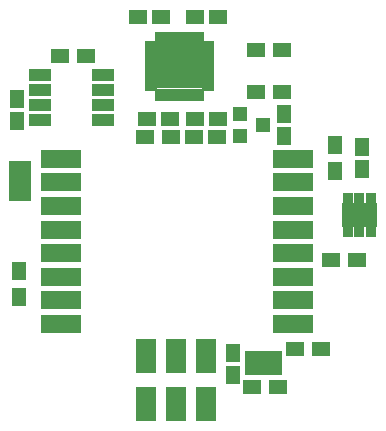
<source format=gts>
G04 #@! TF.GenerationSoftware,KiCad,Pcbnew,no-vcs-found-7713~57~ubuntu16.04.1*
G04 #@! TF.CreationDate,2017-02-24T16:11:26+02:00*
G04 #@! TF.ProjectId,multisensor_cr2032,6D756C746973656E736F725F63723230,rev?*
G04 #@! TF.FileFunction,Soldermask,Top*
G04 #@! TF.FilePolarity,Negative*
%FSLAX46Y46*%
G04 Gerber Fmt 4.6, Leading zero omitted, Abs format (unit mm)*
G04 Created by KiCad (PCBNEW no-vcs-found-7713~57~ubuntu16.04.1) date Fri Feb 24 16:11:26 2017*
%MOMM*%
%LPD*%
G01*
G04 APERTURE LIST*
%ADD10C,0.100000*%
%ADD11R,1.670000X2.900000*%
%ADD12R,1.600000X1.150000*%
%ADD13R,1.150000X1.600000*%
%ADD14R,2.125000X2.125000*%
%ADD15R,1.100000X0.650000*%
%ADD16R,0.650000X1.100000*%
%ADD17R,1.900000X3.400000*%
%ADD18R,1.600000X1.300000*%
%ADD19R,1.300000X1.600000*%
%ADD20R,1.950000X1.000000*%
%ADD21R,1.300000X1.200000*%
%ADD22R,1.700000X1.250000*%
%ADD23R,0.850000X1.030000*%
%ADD24R,3.400000X1.600000*%
%ADD25R,1.400000X1.200000*%
%ADD26R,1.050000X0.750000*%
G04 APERTURE END LIST*
D10*
D11*
X119380000Y-102838000D03*
X116840000Y-102838000D03*
X114300000Y-102838000D03*
X114300000Y-98838000D03*
X116840000Y-98838000D03*
X119340000Y-98838000D03*
D12*
X113604000Y-70104000D03*
X115504000Y-70104000D03*
X116266000Y-78740000D03*
X114366000Y-78740000D03*
X120330000Y-70104000D03*
X118430000Y-70104000D03*
X120330000Y-78740000D03*
X118430000Y-78740000D03*
D13*
X103378000Y-78928000D03*
X103378000Y-77028000D03*
D12*
X118364000Y-80264000D03*
X120264000Y-80264000D03*
D13*
X132588000Y-81092000D03*
X132588000Y-82992000D03*
X125984000Y-80198000D03*
X125984000Y-78298000D03*
D14*
X117956500Y-73406000D03*
X116231500Y-73406000D03*
X117956500Y-75131000D03*
X116231500Y-75131000D03*
D15*
X119494000Y-72518500D03*
X119494000Y-73018500D03*
X119494000Y-73518500D03*
X119494000Y-74018500D03*
X119494000Y-74518500D03*
X119494000Y-75018500D03*
X119494000Y-75518500D03*
X119494000Y-76018500D03*
D16*
X118844000Y-76668500D03*
X118344000Y-76668500D03*
X117844000Y-76668500D03*
X117344000Y-76668500D03*
X116844000Y-76668500D03*
X116344000Y-76668500D03*
X115844000Y-76668500D03*
X115344000Y-76668500D03*
D15*
X114694000Y-76018500D03*
X114694000Y-75518500D03*
X114694000Y-75018500D03*
X114694000Y-74518500D03*
X114694000Y-74018500D03*
X114694000Y-73518500D03*
X114694000Y-73018500D03*
X114694000Y-72518500D03*
D16*
X115344000Y-71868500D03*
X115844000Y-71868500D03*
X116344000Y-71868500D03*
X116844000Y-71868500D03*
X117344000Y-71868500D03*
X117844000Y-71868500D03*
X118344000Y-71868500D03*
X118844000Y-71868500D03*
D17*
X103632000Y-84020000D03*
D18*
X107020000Y-73406000D03*
X109220000Y-73406000D03*
X123614000Y-76454000D03*
X125814000Y-76454000D03*
X123614000Y-72898000D03*
X125814000Y-72898000D03*
D19*
X130302000Y-80942000D03*
X130302000Y-83142000D03*
D18*
X132164000Y-90678000D03*
X129964000Y-90678000D03*
D19*
X103548000Y-91610000D03*
X103548000Y-93810000D03*
D20*
X110650000Y-75057000D03*
X110650000Y-76327000D03*
X110650000Y-77597000D03*
X110650000Y-78867000D03*
X105250000Y-78867000D03*
X105250000Y-77597000D03*
X105250000Y-76327000D03*
X105250000Y-75057000D03*
D21*
X124206000Y-79248000D03*
X122206000Y-80198000D03*
X122206000Y-78298000D03*
D22*
X131684000Y-87293000D03*
X132984000Y-87293000D03*
X131684000Y-86443000D03*
X132984000Y-86443000D03*
D23*
X131384000Y-85528000D03*
X132334000Y-85528000D03*
X133284000Y-85528000D03*
X133284000Y-88208000D03*
X132334000Y-88208000D03*
X131384000Y-88208000D03*
D24*
X107046000Y-96106000D03*
X107046000Y-94106000D03*
X107046000Y-92106000D03*
X107046000Y-90106000D03*
X107046000Y-88106000D03*
X107046000Y-86106000D03*
X107046000Y-84106000D03*
X107046000Y-82106000D03*
X126746000Y-82106000D03*
X126746000Y-84106000D03*
X126746000Y-86106000D03*
X126746000Y-88106000D03*
X126746000Y-90106000D03*
X126746000Y-92106000D03*
X126746000Y-94106000D03*
X126746000Y-96106000D03*
D18*
X116416000Y-80264000D03*
X114216000Y-80264000D03*
D13*
X121600000Y-100450000D03*
X121600000Y-98550000D03*
D18*
X125400000Y-101400000D03*
X123200000Y-101400000D03*
X129100000Y-98200000D03*
X126900000Y-98200000D03*
D25*
X124200000Y-99000000D03*
X124200000Y-99800000D03*
D26*
X125250000Y-98750000D03*
X125250000Y-99400000D03*
X125250000Y-100050000D03*
X123150000Y-100050000D03*
X123150000Y-99400000D03*
X123150000Y-98750000D03*
M02*

</source>
